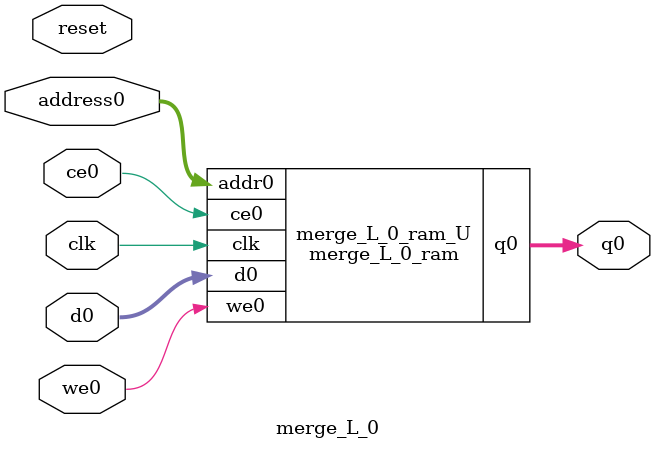
<source format=v>
`timescale 1 ns / 1 ps
module merge_L_0_ram (addr0, ce0, d0, we0, q0,  clk);

parameter DWIDTH = 32;
parameter AWIDTH = 16;
parameter MEM_SIZE = 60000;

input[AWIDTH-1:0] addr0;
input ce0;
input[DWIDTH-1:0] d0;
input we0;
output reg[DWIDTH-1:0] q0;
input clk;

(* ram_style = "block" *)reg [DWIDTH-1:0] ram[0:MEM_SIZE-1];




always @(posedge clk)  
begin 
    if (ce0) begin
        if (we0) 
            ram[addr0] <= d0; 
        q0 <= ram[addr0];
    end
end


endmodule

`timescale 1 ns / 1 ps
module merge_L_0(
    reset,
    clk,
    address0,
    ce0,
    we0,
    d0,
    q0);

parameter DataWidth = 32'd32;
parameter AddressRange = 32'd60000;
parameter AddressWidth = 32'd16;
input reset;
input clk;
input[AddressWidth - 1:0] address0;
input ce0;
input we0;
input[DataWidth - 1:0] d0;
output[DataWidth - 1:0] q0;



merge_L_0_ram merge_L_0_ram_U(
    .clk( clk ),
    .addr0( address0 ),
    .ce0( ce0 ),
    .we0( we0 ),
    .d0( d0 ),
    .q0( q0 ));

endmodule


</source>
